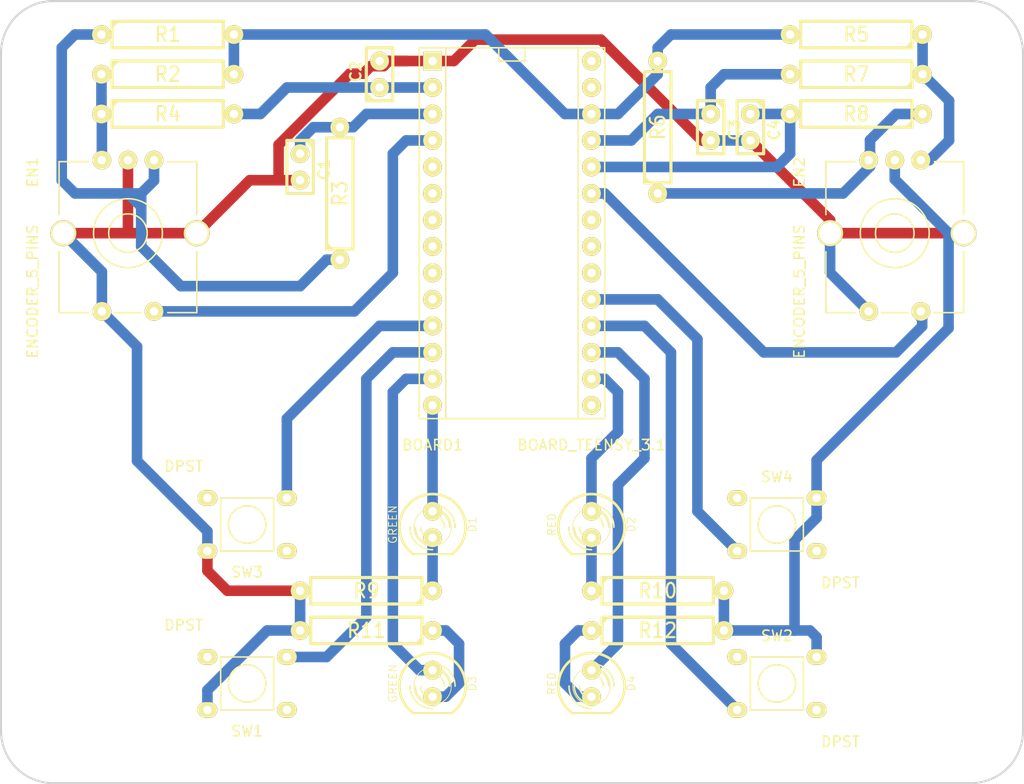
<source format=kicad_pcb>
(kicad_pcb (version 20171130) (host pcbnew "(5.1.12)-1")

  (general
    (thickness 1.6)
    (drawings 17)
    (tracks 173)
    (zones 0)
    (modules 31)
    (nets 25)
  )

  (page A4)
  (title_block
    (title Etch-a-sketch)
    (rev 0.1)
    (company BQ)
    (comment 1 "David Estévez")
  )

  (layers
    (0 F.Cu signal)
    (31 B.Cu signal)
    (32 B.Adhes user hide)
    (33 F.Adhes user hide)
    (34 B.Paste user)
    (35 F.Paste user)
    (36 B.SilkS user)
    (37 F.SilkS user)
    (38 B.Mask user)
    (39 F.Mask user)
    (40 Dwgs.User user)
    (41 Cmts.User user hide)
    (42 Eco1.User user)
    (43 Eco2.User user)
    (44 Edge.Cuts user)
  )

  (setup
    (last_trace_width 1.016)
    (trace_clearance 0.635)
    (zone_clearance 0.508)
    (zone_45_only no)
    (trace_min 0.254)
    (via_size 0.889)
    (via_drill 0.635)
    (via_min_size 0.889)
    (via_min_drill 0.508)
    (uvia_size 0.508)
    (uvia_drill 0.127)
    (uvias_allowed no)
    (uvia_min_size 0.508)
    (uvia_min_drill 0.127)
    (edge_width 0.15)
    (segment_width 0.2)
    (pcb_text_width 0.3)
    (pcb_text_size 1 1)
    (mod_edge_width 0.15)
    (mod_text_size 1 1)
    (mod_text_width 0.15)
    (pad_size 3 3)
    (pad_drill 3)
    (pad_to_mask_clearance 0)
    (aux_axis_origin 0 0)
    (visible_elements 7FFFFFFF)
    (pcbplotparams
      (layerselection 0x00030_ffffffff)
      (usegerberextensions false)
      (usegerberattributes true)
      (usegerberadvancedattributes true)
      (creategerberjobfile true)
      (excludeedgelayer true)
      (linewidth 0.150000)
      (plotframeref false)
      (viasonmask false)
      (mode 1)
      (useauxorigin false)
      (hpglpennumber 1)
      (hpglpenspeed 20)
      (hpglpendiameter 15.000000)
      (psnegative false)
      (psa4output false)
      (plotreference true)
      (plotvalue true)
      (plotinvisibletext false)
      (padsonsilk false)
      (subtractmaskfromsilk false)
      (outputformat 1)
      (mirror false)
      (drillshape 0)
      (scaleselection 1)
      (outputdirectory "gerber/"))
  )

  (net 0 "")
  (net 1 /D0)
  (net 2 /D1)
  (net 3 /D10)
  (net 4 /D11)
  (net 5 /D12)
  (net 6 /D14)
  (net 7 /D15)
  (net 8 /D16)
  (net 9 /D17)
  (net 10 /D2)
  (net 11 /D21)
  (net 12 /D22)
  (net 13 /D23)
  (net 14 /D9)
  (net 15 GND)
  (net 16 N-0000017)
  (net 17 N-0000018)
  (net 18 N-0000019)
  (net 19 N-0000020)
  (net 20 N-0000031)
  (net 21 N-0000036)
  (net 22 N-0000037)
  (net 23 N-0000044)
  (net 24 VCC)

  (net_class Default "This is the default net class."
    (clearance 0.635)
    (trace_width 1.016)
    (via_dia 0.889)
    (via_drill 0.635)
    (uvia_dia 0.508)
    (uvia_drill 0.127)
    (add_net /D0)
    (add_net /D1)
    (add_net /D10)
    (add_net /D11)
    (add_net /D12)
    (add_net /D14)
    (add_net /D15)
    (add_net /D16)
    (add_net /D17)
    (add_net /D2)
    (add_net /D21)
    (add_net /D22)
    (add_net /D23)
    (add_net /D9)
    (add_net GND)
    (add_net N-0000017)
    (add_net N-0000018)
    (add_net N-0000019)
    (add_net N-0000020)
    (add_net N-0000031)
    (add_net N-0000036)
    (add_net N-0000037)
    (add_net N-0000044)
    (add_net VCC)
  )

  (module Switches-Push_switch_THD (layer F.Cu) (tedit 5513EE8F) (tstamp 551538A6)
    (at 175.641 112.141 180)
    (path /5512C03E)
    (fp_text reference SW4 (at 0 4.572 180) (layer F.SilkS)
      (effects (font (size 1 1) (thickness 0.15)))
    )
    (fp_text value DPST (at -6.096 -5.588 180) (layer F.SilkS)
      (effects (font (size 1 1) (thickness 0.15)))
    )
    (fp_circle (center 0 0) (end -1.27 -1.27) (layer F.SilkS) (width 0.15))
    (fp_line (start -2.54 2.54) (end -2.54 -2.54) (layer F.SilkS) (width 0.15))
    (fp_line (start 2.54 2.54) (end -2.54 2.54) (layer F.SilkS) (width 0.15))
    (fp_line (start 2.54 -2.54) (end 2.54 2.54) (layer F.SilkS) (width 0.15))
    (fp_line (start -2.54 -2.54) (end 2.54 -2.54) (layer F.SilkS) (width 0.15))
    (pad 2 thru_hole oval (at -3.81 2.54 180) (size 1.9 1.5) (drill 0.8) (layers *.Cu *.Mask F.SilkS)
      (net 15 GND))
    (pad 1 thru_hole oval (at -3.81 -2.54 180) (size 1.9 1.5) (drill 0.8) (layers *.Cu *.Mask F.SilkS))
    (pad 4 thru_hole oval (at 3.81 2.54 180) (size 1.9 1.5) (drill 0.8) (layers *.Cu *.Mask F.SilkS))
    (pad 3 thru_hole oval (at 3.81 -2.54 180) (size 1.9 1.5) (drill 0.8) (layers *.Cu *.Mask F.SilkS)
      (net 9 /D17))
  )

  (module Switches-Push_switch_THD (layer F.Cu) (tedit 5513EE8F) (tstamp 551538B3)
    (at 124.841 112.141)
    (path /5512C038)
    (fp_text reference SW3 (at 0 4.572) (layer F.SilkS)
      (effects (font (size 1 1) (thickness 0.15)))
    )
    (fp_text value DPST (at -6.096 -5.588) (layer F.SilkS)
      (effects (font (size 1 1) (thickness 0.15)))
    )
    (fp_circle (center 0 0) (end -1.27 -1.27) (layer F.SilkS) (width 0.15))
    (fp_line (start -2.54 2.54) (end -2.54 -2.54) (layer F.SilkS) (width 0.15))
    (fp_line (start 2.54 2.54) (end -2.54 2.54) (layer F.SilkS) (width 0.15))
    (fp_line (start 2.54 -2.54) (end 2.54 2.54) (layer F.SilkS) (width 0.15))
    (fp_line (start -2.54 -2.54) (end 2.54 -2.54) (layer F.SilkS) (width 0.15))
    (pad 2 thru_hole oval (at -3.81 2.54) (size 1.9 1.5) (drill 0.8) (layers *.Cu *.Mask F.SilkS)
      (net 15 GND))
    (pad 1 thru_hole oval (at -3.81 -2.54) (size 1.9 1.5) (drill 0.8) (layers *.Cu *.Mask F.SilkS))
    (pad 4 thru_hole oval (at 3.81 2.54) (size 1.9 1.5) (drill 0.8) (layers *.Cu *.Mask F.SilkS))
    (pad 3 thru_hole oval (at 3.81 -2.54) (size 1.9 1.5) (drill 0.8) (layers *.Cu *.Mask F.SilkS)
      (net 14 /D9))
  )

  (module Switches-Push_switch_THD (layer F.Cu) (tedit 5513EE8F) (tstamp 551538C0)
    (at 175.641 127.381 180)
    (path /5512C032)
    (fp_text reference SW2 (at 0 4.572 180) (layer F.SilkS)
      (effects (font (size 1 1) (thickness 0.15)))
    )
    (fp_text value DPST (at -6.096 -5.588 180) (layer F.SilkS)
      (effects (font (size 1 1) (thickness 0.15)))
    )
    (fp_circle (center 0 0) (end -1.27 -1.27) (layer F.SilkS) (width 0.15))
    (fp_line (start -2.54 2.54) (end -2.54 -2.54) (layer F.SilkS) (width 0.15))
    (fp_line (start 2.54 2.54) (end -2.54 2.54) (layer F.SilkS) (width 0.15))
    (fp_line (start 2.54 -2.54) (end 2.54 2.54) (layer F.SilkS) (width 0.15))
    (fp_line (start -2.54 -2.54) (end 2.54 -2.54) (layer F.SilkS) (width 0.15))
    (pad 2 thru_hole oval (at -3.81 2.54 180) (size 1.9 1.5) (drill 0.8) (layers *.Cu *.Mask F.SilkS)
      (net 15 GND))
    (pad 1 thru_hole oval (at -3.81 -2.54 180) (size 1.9 1.5) (drill 0.8) (layers *.Cu *.Mask F.SilkS))
    (pad 4 thru_hole oval (at 3.81 2.54 180) (size 1.9 1.5) (drill 0.8) (layers *.Cu *.Mask F.SilkS))
    (pad 3 thru_hole oval (at 3.81 -2.54 180) (size 1.9 1.5) (drill 0.8) (layers *.Cu *.Mask F.SilkS)
      (net 8 /D16))
  )

  (module Switches-Push_switch_THD (layer F.Cu) (tedit 5513EE8F) (tstamp 551538CD)
    (at 124.841 127.381)
    (path /5512C025)
    (fp_text reference SW1 (at 0 4.572) (layer F.SilkS)
      (effects (font (size 1 1) (thickness 0.15)))
    )
    (fp_text value DPST (at -6.096 -5.588) (layer F.SilkS)
      (effects (font (size 1 1) (thickness 0.15)))
    )
    (fp_circle (center 0 0) (end -1.27 -1.27) (layer F.SilkS) (width 0.15))
    (fp_line (start -2.54 2.54) (end -2.54 -2.54) (layer F.SilkS) (width 0.15))
    (fp_line (start 2.54 2.54) (end -2.54 2.54) (layer F.SilkS) (width 0.15))
    (fp_line (start 2.54 -2.54) (end 2.54 2.54) (layer F.SilkS) (width 0.15))
    (fp_line (start -2.54 -2.54) (end 2.54 -2.54) (layer F.SilkS) (width 0.15))
    (pad 2 thru_hole oval (at -3.81 2.54) (size 1.9 1.5) (drill 0.8) (layers *.Cu *.Mask F.SilkS)
      (net 15 GND))
    (pad 1 thru_hole oval (at -3.81 -2.54) (size 1.9 1.5) (drill 0.8) (layers *.Cu *.Mask F.SilkS))
    (pad 4 thru_hole oval (at 3.81 2.54) (size 1.9 1.5) (drill 0.8) (layers *.Cu *.Mask F.SilkS))
    (pad 3 thru_hole oval (at 3.81 -2.54) (size 1.9 1.5) (drill 0.8) (layers *.Cu *.Mask F.SilkS)
      (net 3 /D10))
  )

  (module R5 (layer F.Cu) (tedit 200000) (tstamp 551538DA)
    (at 183.261 68.961 180)
    (descr "Resistance 5 pas")
    (tags R)
    (path /5512B647)
    (autoplace_cost180 10)
    (fp_text reference R7 (at 0 0 180) (layer F.SilkS)
      (effects (font (size 1.397 1.27) (thickness 0.2032)))
    )
    (fp_text value R (at 0 0 180) (layer F.SilkS) hide
      (effects (font (size 1.397 1.27) (thickness 0.2032)))
    )
    (fp_line (start -5.334 -0.762) (end -4.826 -1.27) (layer F.SilkS) (width 0.3048))
    (fp_line (start -5.334 -1.27) (end 5.334 -1.27) (layer F.SilkS) (width 0.3048))
    (fp_line (start -5.334 1.27) (end -5.334 -1.27) (layer F.SilkS) (width 0.3048))
    (fp_line (start 5.334 1.27) (end -5.334 1.27) (layer F.SilkS) (width 0.3048))
    (fp_line (start 5.334 -1.27) (end 5.334 1.27) (layer F.SilkS) (width 0.3048))
    (fp_line (start 6.35 0) (end 5.334 0) (layer F.SilkS) (width 0.3048))
    (fp_line (start -6.35 0) (end -5.334 0) (layer F.SilkS) (width 0.3048))
    (pad 1 thru_hole circle (at -6.35 0 180) (size 1.8 1.8) (drill 0.8) (layers *.Cu *.Mask F.SilkS)
      (net 20 N-0000031))
    (pad 2 thru_hole circle (at 6.35 0 180) (size 1.8 1.8) (drill 0.8) (layers *.Cu *.Mask F.SilkS)
      (net 13 /D23))
    (model discret/resistor.wrl
      (at (xyz 0 0 0))
      (scale (xyz 0.5 0.5 0.5))
      (rotate (xyz 0 0 0))
    )
  )

  (module R5 (layer F.Cu) (tedit 200000) (tstamp 7FFFFFFF)
    (at 164.211 122.301)
    (descr "Resistance 5 pas")
    (tags R)
    (path /5512B8E7)
    (autoplace_cost180 10)
    (fp_text reference R12 (at 0 0) (layer F.SilkS)
      (effects (font (size 1.397 1.27) (thickness 0.2032)))
    )
    (fp_text value R (at 0 0) (layer F.SilkS) hide
      (effects (font (size 1.397 1.27) (thickness 0.2032)))
    )
    (fp_line (start -5.334 -0.762) (end -4.826 -1.27) (layer F.SilkS) (width 0.3048))
    (fp_line (start -5.334 -1.27) (end 5.334 -1.27) (layer F.SilkS) (width 0.3048))
    (fp_line (start -5.334 1.27) (end -5.334 -1.27) (layer F.SilkS) (width 0.3048))
    (fp_line (start 5.334 1.27) (end -5.334 1.27) (layer F.SilkS) (width 0.3048))
    (fp_line (start 5.334 -1.27) (end 5.334 1.27) (layer F.SilkS) (width 0.3048))
    (fp_line (start 6.35 0) (end 5.334 0) (layer F.SilkS) (width 0.3048))
    (fp_line (start -6.35 0) (end -5.334 0) (layer F.SilkS) (width 0.3048))
    (pad 1 thru_hole circle (at -6.35 0) (size 1.8 1.8) (drill 0.8) (layers *.Cu *.Mask F.SilkS)
      (net 17 N-0000018))
    (pad 2 thru_hole circle (at 6.35 0) (size 1.8 1.8) (drill 0.8) (layers *.Cu *.Mask F.SilkS)
      (net 15 GND))
    (model discret/resistor.wrl
      (at (xyz 0 0 0))
      (scale (xyz 0.5 0.5 0.5))
      (rotate (xyz 0 0 0))
    )
  )

  (module R5 (layer F.Cu) (tedit 200000) (tstamp 551538F4)
    (at 136.271 122.301 180)
    (descr "Resistance 5 pas")
    (tags R)
    (path /5512B8DA)
    (autoplace_cost180 10)
    (fp_text reference R11 (at 0 0 180) (layer F.SilkS)
      (effects (font (size 1.397 1.27) (thickness 0.2032)))
    )
    (fp_text value R (at 0 0 180) (layer F.SilkS) hide
      (effects (font (size 1.397 1.27) (thickness 0.2032)))
    )
    (fp_line (start -5.334 -0.762) (end -4.826 -1.27) (layer F.SilkS) (width 0.3048))
    (fp_line (start -5.334 -1.27) (end 5.334 -1.27) (layer F.SilkS) (width 0.3048))
    (fp_line (start -5.334 1.27) (end -5.334 -1.27) (layer F.SilkS) (width 0.3048))
    (fp_line (start 5.334 1.27) (end -5.334 1.27) (layer F.SilkS) (width 0.3048))
    (fp_line (start 5.334 -1.27) (end 5.334 1.27) (layer F.SilkS) (width 0.3048))
    (fp_line (start 6.35 0) (end 5.334 0) (layer F.SilkS) (width 0.3048))
    (fp_line (start -6.35 0) (end -5.334 0) (layer F.SilkS) (width 0.3048))
    (pad 1 thru_hole circle (at -6.35 0 180) (size 1.8 1.8) (drill 0.8) (layers *.Cu *.Mask F.SilkS)
      (net 18 N-0000019))
    (pad 2 thru_hole circle (at 6.35 0 180) (size 1.8 1.8) (drill 0.8) (layers *.Cu *.Mask F.SilkS)
      (net 15 GND))
    (model discret/resistor.wrl
      (at (xyz 0 0 0))
      (scale (xyz 0.5 0.5 0.5))
      (rotate (xyz 0 0 0))
    )
  )

  (module R5 (layer F.Cu) (tedit 200000) (tstamp 55153901)
    (at 164.211 118.491)
    (descr "Resistance 5 pas")
    (tags R)
    (path /5512B8CD)
    (autoplace_cost180 10)
    (fp_text reference R10 (at 0 0) (layer F.SilkS)
      (effects (font (size 1.397 1.27) (thickness 0.2032)))
    )
    (fp_text value R (at 0 0) (layer F.SilkS) hide
      (effects (font (size 1.397 1.27) (thickness 0.2032)))
    )
    (fp_line (start -5.334 -0.762) (end -4.826 -1.27) (layer F.SilkS) (width 0.3048))
    (fp_line (start -5.334 -1.27) (end 5.334 -1.27) (layer F.SilkS) (width 0.3048))
    (fp_line (start -5.334 1.27) (end -5.334 -1.27) (layer F.SilkS) (width 0.3048))
    (fp_line (start 5.334 1.27) (end -5.334 1.27) (layer F.SilkS) (width 0.3048))
    (fp_line (start 5.334 -1.27) (end 5.334 1.27) (layer F.SilkS) (width 0.3048))
    (fp_line (start 6.35 0) (end 5.334 0) (layer F.SilkS) (width 0.3048))
    (fp_line (start -6.35 0) (end -5.334 0) (layer F.SilkS) (width 0.3048))
    (pad 1 thru_hole circle (at -6.35 0) (size 1.8 1.8) (drill 0.8) (layers *.Cu *.Mask F.SilkS)
      (net 16 N-0000017))
    (pad 2 thru_hole circle (at 6.35 0) (size 1.8 1.8) (drill 0.8) (layers *.Cu *.Mask F.SilkS)
      (net 15 GND))
    (model discret/resistor.wrl
      (at (xyz 0 0 0))
      (scale (xyz 0.5 0.5 0.5))
      (rotate (xyz 0 0 0))
    )
  )

  (module R5 (layer F.Cu) (tedit 200000) (tstamp 5515390E)
    (at 136.271 118.491 180)
    (descr "Resistance 5 pas")
    (tags R)
    (path /5512B885)
    (autoplace_cost180 10)
    (fp_text reference R9 (at 0 0 180) (layer F.SilkS)
      (effects (font (size 1.397 1.27) (thickness 0.2032)))
    )
    (fp_text value R (at 0 0 180) (layer F.SilkS) hide
      (effects (font (size 1.397 1.27) (thickness 0.2032)))
    )
    (fp_line (start -5.334 -0.762) (end -4.826 -1.27) (layer F.SilkS) (width 0.3048))
    (fp_line (start -5.334 -1.27) (end 5.334 -1.27) (layer F.SilkS) (width 0.3048))
    (fp_line (start -5.334 1.27) (end -5.334 -1.27) (layer F.SilkS) (width 0.3048))
    (fp_line (start 5.334 1.27) (end -5.334 1.27) (layer F.SilkS) (width 0.3048))
    (fp_line (start 5.334 -1.27) (end 5.334 1.27) (layer F.SilkS) (width 0.3048))
    (fp_line (start 6.35 0) (end 5.334 0) (layer F.SilkS) (width 0.3048))
    (fp_line (start -6.35 0) (end -5.334 0) (layer F.SilkS) (width 0.3048))
    (pad 1 thru_hole circle (at -6.35 0 180) (size 1.8 1.8) (drill 0.8) (layers *.Cu *.Mask F.SilkS)
      (net 19 N-0000020))
    (pad 2 thru_hole circle (at 6.35 0 180) (size 1.8 1.8) (drill 0.8) (layers *.Cu *.Mask F.SilkS)
      (net 15 GND))
    (model discret/resistor.wrl
      (at (xyz 0 0 0))
      (scale (xyz 0.5 0.5 0.5))
      (rotate (xyz 0 0 0))
    )
  )

  (module R5 (layer F.Cu) (tedit 200000) (tstamp 5515391B)
    (at 183.261 65.151 180)
    (descr "Resistance 5 pas")
    (tags R)
    (path /5512B64D)
    (autoplace_cost180 10)
    (fp_text reference R5 (at 0 0 180) (layer F.SilkS)
      (effects (font (size 1.397 1.27) (thickness 0.2032)))
    )
    (fp_text value R (at 0 0 180) (layer F.SilkS) hide
      (effects (font (size 1.397 1.27) (thickness 0.2032)))
    )
    (fp_line (start -5.334 -0.762) (end -4.826 -1.27) (layer F.SilkS) (width 0.3048))
    (fp_line (start -5.334 -1.27) (end 5.334 -1.27) (layer F.SilkS) (width 0.3048))
    (fp_line (start -5.334 1.27) (end -5.334 -1.27) (layer F.SilkS) (width 0.3048))
    (fp_line (start 5.334 1.27) (end -5.334 1.27) (layer F.SilkS) (width 0.3048))
    (fp_line (start 5.334 -1.27) (end 5.334 1.27) (layer F.SilkS) (width 0.3048))
    (fp_line (start 6.35 0) (end 5.334 0) (layer F.SilkS) (width 0.3048))
    (fp_line (start -6.35 0) (end -5.334 0) (layer F.SilkS) (width 0.3048))
    (pad 1 thru_hole circle (at -6.35 0 180) (size 1.8 1.8) (drill 0.8) (layers *.Cu *.Mask F.SilkS)
      (net 20 N-0000031))
    (pad 2 thru_hole circle (at 6.35 0 180) (size 1.8 1.8) (drill 0.8) (layers *.Cu *.Mask F.SilkS)
      (net 24 VCC))
    (model discret/resistor.wrl
      (at (xyz 0 0 0))
      (scale (xyz 0.5 0.5 0.5))
      (rotate (xyz 0 0 0))
    )
  )

  (module R5 (layer F.Cu) (tedit 200000) (tstamp 55153928)
    (at 164.211 74.041 90)
    (descr "Resistance 5 pas")
    (tags R)
    (path /5512B627)
    (autoplace_cost180 10)
    (fp_text reference R6 (at 0 0 90) (layer F.SilkS)
      (effects (font (size 1.397 1.27) (thickness 0.2032)))
    )
    (fp_text value R (at 0 0 90) (layer F.SilkS) hide
      (effects (font (size 1.397 1.27) (thickness 0.2032)))
    )
    (fp_line (start -5.334 -0.762) (end -4.826 -1.27) (layer F.SilkS) (width 0.3048))
    (fp_line (start -5.334 -1.27) (end 5.334 -1.27) (layer F.SilkS) (width 0.3048))
    (fp_line (start -5.334 1.27) (end -5.334 -1.27) (layer F.SilkS) (width 0.3048))
    (fp_line (start 5.334 1.27) (end -5.334 1.27) (layer F.SilkS) (width 0.3048))
    (fp_line (start 5.334 -1.27) (end 5.334 1.27) (layer F.SilkS) (width 0.3048))
    (fp_line (start 6.35 0) (end 5.334 0) (layer F.SilkS) (width 0.3048))
    (fp_line (start -6.35 0) (end -5.334 0) (layer F.SilkS) (width 0.3048))
    (pad 1 thru_hole circle (at -6.35 0 90) (size 1.8 1.8) (drill 0.8) (layers *.Cu *.Mask F.SilkS)
      (net 23 N-0000044))
    (pad 2 thru_hole circle (at 6.35 0 90) (size 1.8 1.8) (drill 0.8) (layers *.Cu *.Mask F.SilkS)
      (net 24 VCC))
    (model discret/resistor.wrl
      (at (xyz 0 0 0))
      (scale (xyz 0.5 0.5 0.5))
      (rotate (xyz 0 0 0))
    )
  )

  (module R5 (layer F.Cu) (tedit 200000) (tstamp 55153935)
    (at 183.261 72.771 180)
    (descr "Resistance 5 pas")
    (tags R)
    (path /5512B621)
    (autoplace_cost180 10)
    (fp_text reference R8 (at 0 0 180) (layer F.SilkS)
      (effects (font (size 1.397 1.27) (thickness 0.2032)))
    )
    (fp_text value R (at 0 0 180) (layer F.SilkS) hide
      (effects (font (size 1.397 1.27) (thickness 0.2032)))
    )
    (fp_line (start -5.334 -0.762) (end -4.826 -1.27) (layer F.SilkS) (width 0.3048))
    (fp_line (start -5.334 -1.27) (end 5.334 -1.27) (layer F.SilkS) (width 0.3048))
    (fp_line (start -5.334 1.27) (end -5.334 -1.27) (layer F.SilkS) (width 0.3048))
    (fp_line (start 5.334 1.27) (end -5.334 1.27) (layer F.SilkS) (width 0.3048))
    (fp_line (start 5.334 -1.27) (end 5.334 1.27) (layer F.SilkS) (width 0.3048))
    (fp_line (start 6.35 0) (end 5.334 0) (layer F.SilkS) (width 0.3048))
    (fp_line (start -6.35 0) (end -5.334 0) (layer F.SilkS) (width 0.3048))
    (pad 1 thru_hole circle (at -6.35 0 180) (size 1.8 1.8) (drill 0.8) (layers *.Cu *.Mask F.SilkS)
      (net 23 N-0000044))
    (pad 2 thru_hole circle (at 6.35 0 180) (size 1.8 1.8) (drill 0.8) (layers *.Cu *.Mask F.SilkS)
      (net 12 /D22))
    (model discret/resistor.wrl
      (at (xyz 0 0 0))
      (scale (xyz 0.5 0.5 0.5))
      (rotate (xyz 0 0 0))
    )
  )

  (module R5 (layer F.Cu) (tedit 200000) (tstamp 55153942)
    (at 117.221 65.151)
    (descr "Resistance 5 pas")
    (tags R)
    (path /5512B423)
    (autoplace_cost180 10)
    (fp_text reference R1 (at 0 0) (layer F.SilkS)
      (effects (font (size 1.397 1.27) (thickness 0.2032)))
    )
    (fp_text value R (at 0 0) (layer F.SilkS) hide
      (effects (font (size 1.397 1.27) (thickness 0.2032)))
    )
    (fp_line (start -5.334 -0.762) (end -4.826 -1.27) (layer F.SilkS) (width 0.3048))
    (fp_line (start -5.334 -1.27) (end 5.334 -1.27) (layer F.SilkS) (width 0.3048))
    (fp_line (start -5.334 1.27) (end -5.334 -1.27) (layer F.SilkS) (width 0.3048))
    (fp_line (start 5.334 1.27) (end -5.334 1.27) (layer F.SilkS) (width 0.3048))
    (fp_line (start 5.334 -1.27) (end 5.334 1.27) (layer F.SilkS) (width 0.3048))
    (fp_line (start 6.35 0) (end 5.334 0) (layer F.SilkS) (width 0.3048))
    (fp_line (start -6.35 0) (end -5.334 0) (layer F.SilkS) (width 0.3048))
    (pad 1 thru_hole circle (at -6.35 0) (size 1.8 1.8) (drill 0.8) (layers *.Cu *.Mask F.SilkS)
      (net 21 N-0000036))
    (pad 2 thru_hole circle (at 6.35 0) (size 1.8 1.8) (drill 0.8) (layers *.Cu *.Mask F.SilkS)
      (net 24 VCC))
    (model discret/resistor.wrl
      (at (xyz 0 0 0))
      (scale (xyz 0.5 0.5 0.5))
      (rotate (xyz 0 0 0))
    )
  )

  (module R5 (layer F.Cu) (tedit 200000) (tstamp 5515394F)
    (at 133.731 80.391 90)
    (descr "Resistance 5 pas")
    (tags R)
    (path /5512B41D)
    (autoplace_cost180 10)
    (fp_text reference R3 (at 0 0 90) (layer F.SilkS)
      (effects (font (size 1.397 1.27) (thickness 0.2032)))
    )
    (fp_text value R (at 0 0 90) (layer F.SilkS) hide
      (effects (font (size 1.397 1.27) (thickness 0.2032)))
    )
    (fp_line (start -5.334 -0.762) (end -4.826 -1.27) (layer F.SilkS) (width 0.3048))
    (fp_line (start -5.334 -1.27) (end 5.334 -1.27) (layer F.SilkS) (width 0.3048))
    (fp_line (start -5.334 1.27) (end -5.334 -1.27) (layer F.SilkS) (width 0.3048))
    (fp_line (start 5.334 1.27) (end -5.334 1.27) (layer F.SilkS) (width 0.3048))
    (fp_line (start 5.334 -1.27) (end 5.334 1.27) (layer F.SilkS) (width 0.3048))
    (fp_line (start 6.35 0) (end 5.334 0) (layer F.SilkS) (width 0.3048))
    (fp_line (start -6.35 0) (end -5.334 0) (layer F.SilkS) (width 0.3048))
    (pad 1 thru_hole circle (at -6.35 0 90) (size 1.8 1.8) (drill 0.8) (layers *.Cu *.Mask F.SilkS)
      (net 21 N-0000036))
    (pad 2 thru_hole circle (at 6.35 0 90) (size 1.8 1.8) (drill 0.8) (layers *.Cu *.Mask F.SilkS)
      (net 2 /D1))
    (model discret/resistor.wrl
      (at (xyz 0 0 0))
      (scale (xyz 0.5 0.5 0.5))
      (rotate (xyz 0 0 0))
    )
  )

  (module R5 (layer F.Cu) (tedit 200000) (tstamp 5515395C)
    (at 117.221 68.961)
    (descr "Resistance 5 pas")
    (tags R)
    (path /5512B35F)
    (autoplace_cost180 10)
    (fp_text reference R2 (at 0 0) (layer F.SilkS)
      (effects (font (size 1.397 1.27) (thickness 0.2032)))
    )
    (fp_text value R (at 0 0) (layer F.SilkS) hide
      (effects (font (size 1.397 1.27) (thickness 0.2032)))
    )
    (fp_line (start -5.334 -0.762) (end -4.826 -1.27) (layer F.SilkS) (width 0.3048))
    (fp_line (start -5.334 -1.27) (end 5.334 -1.27) (layer F.SilkS) (width 0.3048))
    (fp_line (start -5.334 1.27) (end -5.334 -1.27) (layer F.SilkS) (width 0.3048))
    (fp_line (start 5.334 1.27) (end -5.334 1.27) (layer F.SilkS) (width 0.3048))
    (fp_line (start 5.334 -1.27) (end 5.334 1.27) (layer F.SilkS) (width 0.3048))
    (fp_line (start 6.35 0) (end 5.334 0) (layer F.SilkS) (width 0.3048))
    (fp_line (start -6.35 0) (end -5.334 0) (layer F.SilkS) (width 0.3048))
    (pad 1 thru_hole circle (at -6.35 0) (size 1.8 1.8) (drill 0.8) (layers *.Cu *.Mask F.SilkS)
      (net 22 N-0000037))
    (pad 2 thru_hole circle (at 6.35 0) (size 1.8 1.8) (drill 0.8) (layers *.Cu *.Mask F.SilkS)
      (net 24 VCC))
    (model discret/resistor.wrl
      (at (xyz 0 0 0))
      (scale (xyz 0.5 0.5 0.5))
      (rotate (xyz 0 0 0))
    )
  )

  (module R5 (layer F.Cu) (tedit 200000) (tstamp 55153969)
    (at 117.221 72.771)
    (descr "Resistance 5 pas")
    (tags R)
    (path /5512B352)
    (autoplace_cost180 10)
    (fp_text reference R4 (at 0 0) (layer F.SilkS)
      (effects (font (size 1.397 1.27) (thickness 0.2032)))
    )
    (fp_text value R (at 0 0) (layer F.SilkS) hide
      (effects (font (size 1.397 1.27) (thickness 0.2032)))
    )
    (fp_line (start -5.334 -0.762) (end -4.826 -1.27) (layer F.SilkS) (width 0.3048))
    (fp_line (start -5.334 -1.27) (end 5.334 -1.27) (layer F.SilkS) (width 0.3048))
    (fp_line (start -5.334 1.27) (end -5.334 -1.27) (layer F.SilkS) (width 0.3048))
    (fp_line (start 5.334 1.27) (end -5.334 1.27) (layer F.SilkS) (width 0.3048))
    (fp_line (start 5.334 -1.27) (end 5.334 1.27) (layer F.SilkS) (width 0.3048))
    (fp_line (start 6.35 0) (end 5.334 0) (layer F.SilkS) (width 0.3048))
    (fp_line (start -6.35 0) (end -5.334 0) (layer F.SilkS) (width 0.3048))
    (pad 1 thru_hole circle (at -6.35 0) (size 1.8 1.8) (drill 0.8) (layers *.Cu *.Mask F.SilkS)
      (net 22 N-0000037))
    (pad 2 thru_hole circle (at 6.35 0) (size 1.8 1.8) (drill 0.8) (layers *.Cu *.Mask F.SilkS)
      (net 1 /D0))
    (model discret/resistor.wrl
      (at (xyz 0 0 0))
      (scale (xyz 0.5 0.5 0.5))
      (rotate (xyz 0 0 0))
    )
  )

  (module LED-5MM (layer F.Cu) (tedit 50ADE86B) (tstamp 551539A4)
    (at 142.621 112.141 270)
    (descr "LED 5mm - Lead pitch 100mil (2,54mm)")
    (tags "LED led 5mm 5MM 100mil 2,54mm")
    (path /5512B876)
    (fp_text reference D1 (at 0 -3.81 270) (layer F.SilkS)
      (effects (font (size 0.762 0.762) (thickness 0.0889)))
    )
    (fp_text value GREEN (at 0 3.81 270) (layer F.SilkS)
      (effects (font (size 0.762 0.762) (thickness 0.0889)))
    )
    (fp_circle (center 0.254 0) (end -1.016 1.27) (layer F.SilkS) (width 0.0762))
    (fp_line (start 2.8448 1.905) (end 2.8448 -1.905) (layer F.SilkS) (width 0.2032))
    (fp_arc (start 0.254 0) (end 2.794 1.905) (angle 286.2) (layer F.SilkS) (width 0.254))
    (fp_arc (start 0.254 0) (end -0.889 0) (angle 90) (layer F.SilkS) (width 0.1524))
    (fp_arc (start 0.254 0) (end 1.397 0) (angle 90) (layer F.SilkS) (width 0.1524))
    (fp_arc (start 0.254 0) (end -1.397 0) (angle 90) (layer F.SilkS) (width 0.1524))
    (fp_arc (start 0.254 0) (end 1.905 0) (angle 90) (layer F.SilkS) (width 0.1524))
    (fp_arc (start 0.254 0) (end -1.905 0) (angle 90) (layer F.SilkS) (width 0.1524))
    (fp_arc (start 0.254 0) (end 2.413 0) (angle 90) (layer F.SilkS) (width 0.1524))
    (pad 1 thru_hole circle (at -1.27 0 270) (size 1.8 1.8) (drill 0.8) (layers *.Cu *.Mask F.SilkS)
      (net 5 /D12))
    (pad 2 thru_hole circle (at 1.27 0 270) (size 1.8 1.8) (drill 0.8) (layers *.Cu *.Mask F.SilkS)
      (net 19 N-0000020))
    (model discret/leds/led5_vertical_verde.wrl
      (at (xyz 0 0 0))
      (scale (xyz 1 1 1))
      (rotate (xyz 0 0 0))
    )
  )

  (module LED-5MM (layer F.Cu) (tedit 50ADE86B) (tstamp 551539B3)
    (at 157.861 112.141 270)
    (descr "LED 5mm - Lead pitch 100mil (2,54mm)")
    (tags "LED led 5mm 5MM 100mil 2,54mm")
    (path /5512B8C7)
    (fp_text reference D2 (at 0 -3.81 270) (layer F.SilkS)
      (effects (font (size 0.762 0.762) (thickness 0.0889)))
    )
    (fp_text value RED (at 0 3.81 270) (layer F.SilkS)
      (effects (font (size 0.762 0.762) (thickness 0.0889)))
    )
    (fp_circle (center 0.254 0) (end -1.016 1.27) (layer F.SilkS) (width 0.0762))
    (fp_line (start 2.8448 1.905) (end 2.8448 -1.905) (layer F.SilkS) (width 0.2032))
    (fp_arc (start 0.254 0) (end 2.794 1.905) (angle 286.2) (layer F.SilkS) (width 0.254))
    (fp_arc (start 0.254 0) (end -0.889 0) (angle 90) (layer F.SilkS) (width 0.1524))
    (fp_arc (start 0.254 0) (end 1.397 0) (angle 90) (layer F.SilkS) (width 0.1524))
    (fp_arc (start 0.254 0) (end -1.397 0) (angle 90) (layer F.SilkS) (width 0.1524))
    (fp_arc (start 0.254 0) (end 1.905 0) (angle 90) (layer F.SilkS) (width 0.1524))
    (fp_arc (start 0.254 0) (end -1.905 0) (angle 90) (layer F.SilkS) (width 0.1524))
    (fp_arc (start 0.254 0) (end 2.413 0) (angle 90) (layer F.SilkS) (width 0.1524))
    (pad 1 thru_hole circle (at -1.27 0 270) (size 1.8 1.8) (drill 0.8) (layers *.Cu *.Mask F.SilkS)
      (net 6 /D14))
    (pad 2 thru_hole circle (at 1.27 0 270) (size 1.8 1.8) (drill 0.8) (layers *.Cu *.Mask F.SilkS)
      (net 16 N-0000017))
    (model discret/leds/led5_vertical_verde.wrl
      (at (xyz 0 0 0))
      (scale (xyz 1 1 1))
      (rotate (xyz 0 0 0))
    )
  )

  (module LED-5MM (layer F.Cu) (tedit 50ADE86B) (tstamp 551539C2)
    (at 142.621 127.381 270)
    (descr "LED 5mm - Lead pitch 100mil (2,54mm)")
    (tags "LED led 5mm 5MM 100mil 2,54mm")
    (path /5512B8D4)
    (fp_text reference D3 (at 0 -3.81 270) (layer F.SilkS)
      (effects (font (size 0.762 0.762) (thickness 0.0889)))
    )
    (fp_text value GREEN (at 0 3.81 270) (layer F.SilkS)
      (effects (font (size 0.762 0.762) (thickness 0.0889)))
    )
    (fp_circle (center 0.254 0) (end -1.016 1.27) (layer F.SilkS) (width 0.0762))
    (fp_line (start 2.8448 1.905) (end 2.8448 -1.905) (layer F.SilkS) (width 0.2032))
    (fp_arc (start 0.254 0) (end 2.794 1.905) (angle 286.2) (layer F.SilkS) (width 0.254))
    (fp_arc (start 0.254 0) (end -0.889 0) (angle 90) (layer F.SilkS) (width 0.1524))
    (fp_arc (start 0.254 0) (end 1.397 0) (angle 90) (layer F.SilkS) (width 0.1524))
    (fp_arc (start 0.254 0) (end -1.397 0) (angle 90) (layer F.SilkS) (width 0.1524))
    (fp_arc (start 0.254 0) (end 1.905 0) (angle 90) (layer F.SilkS) (width 0.1524))
    (fp_arc (start 0.254 0) (end -1.905 0) (angle 90) (layer F.SilkS) (width 0.1524))
    (fp_arc (start 0.254 0) (end 2.413 0) (angle 90) (layer F.SilkS) (width 0.1524))
    (pad 1 thru_hole circle (at -1.27 0 270) (size 1.8 1.8) (drill 0.8) (layers *.Cu *.Mask F.SilkS)
      (net 4 /D11))
    (pad 2 thru_hole circle (at 1.27 0 270) (size 1.8 1.8) (drill 0.8) (layers *.Cu *.Mask F.SilkS)
      (net 18 N-0000019))
    (model discret/leds/led5_vertical_verde.wrl
      (at (xyz 0 0 0))
      (scale (xyz 1 1 1))
      (rotate (xyz 0 0 0))
    )
  )

  (module LED-5MM (layer F.Cu) (tedit 50ADE86B) (tstamp 551539D1)
    (at 157.861 127.381 270)
    (descr "LED 5mm - Lead pitch 100mil (2,54mm)")
    (tags "LED led 5mm 5MM 100mil 2,54mm")
    (path /5512B8E1)
    (fp_text reference D4 (at 0 -3.81 270) (layer F.SilkS)
      (effects (font (size 0.762 0.762) (thickness 0.0889)))
    )
    (fp_text value RED (at 0 3.81 270) (layer F.SilkS)
      (effects (font (size 0.762 0.762) (thickness 0.0889)))
    )
    (fp_circle (center 0.254 0) (end -1.016 1.27) (layer F.SilkS) (width 0.0762))
    (fp_line (start 2.8448 1.905) (end 2.8448 -1.905) (layer F.SilkS) (width 0.2032))
    (fp_arc (start 0.254 0) (end 2.794 1.905) (angle 286.2) (layer F.SilkS) (width 0.254))
    (fp_arc (start 0.254 0) (end -0.889 0) (angle 90) (layer F.SilkS) (width 0.1524))
    (fp_arc (start 0.254 0) (end 1.397 0) (angle 90) (layer F.SilkS) (width 0.1524))
    (fp_arc (start 0.254 0) (end -1.397 0) (angle 90) (layer F.SilkS) (width 0.1524))
    (fp_arc (start 0.254 0) (end 1.905 0) (angle 90) (layer F.SilkS) (width 0.1524))
    (fp_arc (start 0.254 0) (end -1.905 0) (angle 90) (layer F.SilkS) (width 0.1524))
    (fp_arc (start 0.254 0) (end 2.413 0) (angle 90) (layer F.SilkS) (width 0.1524))
    (pad 1 thru_hole circle (at -1.27 0 270) (size 1.8 1.8) (drill 0.8) (layers *.Cu *.Mask F.SilkS)
      (net 7 /D15))
    (pad 2 thru_hole circle (at 1.27 0 270) (size 1.8 1.8) (drill 0.8) (layers *.Cu *.Mask F.SilkS)
      (net 17 N-0000018))
    (model discret/leds/led5_vertical_verde.wrl
      (at (xyz 0 0 0))
      (scale (xyz 1 1 1))
      (rotate (xyz 0 0 0))
    )
  )

  (module C1 (layer F.Cu) (tedit 3F92C496) (tstamp 551539DC)
    (at 169.291 74.041 270)
    (descr "Condensateur e = 1 pas")
    (tags C)
    (path /5512B641)
    (fp_text reference C3 (at 0.254 -2.286 270) (layer F.SilkS)
      (effects (font (size 1.016 1.016) (thickness 0.2032)))
    )
    (fp_text value C (at 0 -2.286 270) (layer F.SilkS) hide
      (effects (font (size 1.016 1.016) (thickness 0.2032)))
    )
    (fp_line (start -2.54 -0.635) (end -1.905 -1.27) (layer F.SilkS) (width 0.3048))
    (fp_line (start -2.54 1.27) (end -2.54 -1.27) (layer F.SilkS) (width 0.3048))
    (fp_line (start 2.54 1.27) (end -2.54 1.27) (layer F.SilkS) (width 0.3048))
    (fp_line (start 2.54 -1.27) (end 2.54 1.27) (layer F.SilkS) (width 0.3048))
    (fp_line (start -2.4892 -1.27) (end 2.54 -1.27) (layer F.SilkS) (width 0.3048))
    (pad 1 thru_hole circle (at -1.27 0 270) (size 1.8 1.8) (drill 0.8) (layers *.Cu *.Mask F.SilkS)
      (net 13 /D23))
    (pad 2 thru_hole circle (at 1.27 0 270) (size 1.8 1.8) (drill 0.8) (layers *.Cu *.Mask F.SilkS)
      (net 15 GND))
    (model discret/capa_1_pas.wrl
      (at (xyz 0 0 0))
      (scale (xyz 1 1 1))
      (rotate (xyz 0 0 0))
    )
  )

  (module C1 (layer F.Cu) (tedit 3F92C496) (tstamp 7FFFFFFF)
    (at 173.101 74.041 270)
    (descr "Condensateur e = 1 pas")
    (tags C)
    (path /5512B61B)
    (fp_text reference C4 (at 0.254 -2.286 270) (layer F.SilkS)
      (effects (font (size 1.016 1.016) (thickness 0.2032)))
    )
    (fp_text value C (at 0 -2.286 270) (layer F.SilkS) hide
      (effects (font (size 1.016 1.016) (thickness 0.2032)))
    )
    (fp_line (start -2.54 -0.635) (end -1.905 -1.27) (layer F.SilkS) (width 0.3048))
    (fp_line (start -2.54 1.27) (end -2.54 -1.27) (layer F.SilkS) (width 0.3048))
    (fp_line (start 2.54 1.27) (end -2.54 1.27) (layer F.SilkS) (width 0.3048))
    (fp_line (start 2.54 -1.27) (end 2.54 1.27) (layer F.SilkS) (width 0.3048))
    (fp_line (start -2.4892 -1.27) (end 2.54 -1.27) (layer F.SilkS) (width 0.3048))
    (pad 1 thru_hole circle (at -1.27 0 270) (size 1.8 1.8) (drill 0.8) (layers *.Cu *.Mask F.SilkS)
      (net 12 /D22))
    (pad 2 thru_hole circle (at 1.27 0 270) (size 1.8 1.8) (drill 0.8) (layers *.Cu *.Mask F.SilkS)
      (net 15 GND))
    (model discret/capa_1_pas.wrl
      (at (xyz 0 0 0))
      (scale (xyz 1 1 1))
      (rotate (xyz 0 0 0))
    )
  )

  (module C1 (layer F.Cu) (tedit 3F92C496) (tstamp 551539F2)
    (at 129.921 77.851 270)
    (descr "Condensateur e = 1 pas")
    (tags C)
    (path /5512B417)
    (fp_text reference C1 (at 0.254 -2.286 270) (layer F.SilkS)
      (effects (font (size 1.016 1.016) (thickness 0.2032)))
    )
    (fp_text value C (at 0 -2.286 270) (layer F.SilkS) hide
      (effects (font (size 1.016 1.016) (thickness 0.2032)))
    )
    (fp_line (start -2.54 -0.635) (end -1.905 -1.27) (layer F.SilkS) (width 0.3048))
    (fp_line (start -2.54 1.27) (end -2.54 -1.27) (layer F.SilkS) (width 0.3048))
    (fp_line (start 2.54 1.27) (end -2.54 1.27) (layer F.SilkS) (width 0.3048))
    (fp_line (start 2.54 -1.27) (end 2.54 1.27) (layer F.SilkS) (width 0.3048))
    (fp_line (start -2.4892 -1.27) (end 2.54 -1.27) (layer F.SilkS) (width 0.3048))
    (pad 1 thru_hole circle (at -1.27 0 270) (size 1.8 1.8) (drill 0.8) (layers *.Cu *.Mask F.SilkS)
      (net 2 /D1))
    (pad 2 thru_hole circle (at 1.27 0 270) (size 1.8 1.8) (drill 0.8) (layers *.Cu *.Mask F.SilkS)
      (net 15 GND))
    (model discret/capa_1_pas.wrl
      (at (xyz 0 0 0))
      (scale (xyz 1 1 1))
      (rotate (xyz 0 0 0))
    )
  )

  (module C1 (layer F.Cu) (tedit 3F92C496) (tstamp 551539FD)
    (at 137.541 68.961 90)
    (descr "Condensateur e = 1 pas")
    (tags C)
    (path /5512B343)
    (fp_text reference C2 (at 0.254 -2.286 90) (layer F.SilkS)
      (effects (font (size 1.016 1.016) (thickness 0.2032)))
    )
    (fp_text value C (at 0 -2.286 90) (layer F.SilkS) hide
      (effects (font (size 1.016 1.016) (thickness 0.2032)))
    )
    (fp_line (start -2.54 -0.635) (end -1.905 -1.27) (layer F.SilkS) (width 0.3048))
    (fp_line (start -2.54 1.27) (end -2.54 -1.27) (layer F.SilkS) (width 0.3048))
    (fp_line (start 2.54 1.27) (end -2.54 1.27) (layer F.SilkS) (width 0.3048))
    (fp_line (start 2.54 -1.27) (end 2.54 1.27) (layer F.SilkS) (width 0.3048))
    (fp_line (start -2.4892 -1.27) (end 2.54 -1.27) (layer F.SilkS) (width 0.3048))
    (pad 1 thru_hole circle (at -1.27 0 90) (size 1.8 1.8) (drill 0.8) (layers *.Cu *.Mask F.SilkS)
      (net 1 /D0))
    (pad 2 thru_hole circle (at 1.27 0 90) (size 1.8 1.8) (drill 0.8) (layers *.Cu *.Mask F.SilkS)
      (net 15 GND))
    (model discret/capa_1_pas.wrl
      (at (xyz 0 0 0))
      (scale (xyz 1 1 1))
      (rotate (xyz 0 0 0))
    )
  )

  (module Board_Teensy_3_1 (layer F.Cu) (tedit 5509AE9B) (tstamp 55153A2A)
    (at 150.241 85.471)
    (path /5512B2E9)
    (fp_text reference BOARD1 (at -7.62 19.05) (layer F.SilkS)
      (effects (font (size 1 1) (thickness 0.15)))
    )
    (fp_text value BOARD_TEENSY_3.1 (at 7.62 19.05) (layer F.SilkS)
      (effects (font (size 1 1) (thickness 0.15)))
    )
    (fp_line (start -6.35 -19.05) (end -8.89 -19.05) (layer F.SilkS) (width 0.15))
    (fp_line (start -6.35 16.51) (end -6.35 -19.05) (layer F.SilkS) (width 0.15))
    (fp_line (start -8.89 16.51) (end -6.35 16.51) (layer F.SilkS) (width 0.15))
    (fp_line (start -8.89 -19.05) (end -8.89 16.51) (layer F.SilkS) (width 0.15))
    (fp_line (start 8.89 -19.05) (end 6.35 -19.05) (layer F.SilkS) (width 0.15))
    (fp_line (start 8.89 16.51) (end 8.89 -19.05) (layer F.SilkS) (width 0.15))
    (fp_line (start 6.35 16.51) (end 8.89 16.51) (layer F.SilkS) (width 0.15))
    (fp_line (start 6.35 -19.05) (end 6.35 16.51) (layer F.SilkS) (width 0.15))
    (fp_line (start -6.35 16.51) (end 6.35 16.51) (layer F.SilkS) (width 0.15))
    (fp_line (start -6.35 -19.05) (end 6.35 -19.05) (layer F.SilkS) (width 0.15))
    (fp_line (start 1.27 -17.78) (end 1.27 -19.05) (layer F.SilkS) (width 0.15))
    (fp_line (start -1.27 -17.78) (end 1.27 -17.78) (layer F.SilkS) (width 0.15))
    (fp_line (start -1.27 -19.05) (end -1.27 -17.78) (layer F.SilkS) (width 0.15))
    (pad 1 thru_hole rect (at -7.62 -17.78) (size 1.8 1.8) (drill 0.8) (layers *.Cu *.Mask F.SilkS)
      (net 15 GND))
    (pad 2 thru_hole circle (at -7.62 -15.24) (size 1.8 1.8) (drill 0.8) (layers *.Cu *.Mask F.SilkS)
      (net 1 /D0))
    (pad 3 thru_hole circle (at -7.62 -12.7) (size 1.8 1.8) (drill 0.8) (layers *.Cu *.Mask F.SilkS)
      (net 2 /D1))
    (pad 4 thru_hole circle (at -7.62 -10.16) (size 1.8 1.8) (drill 0.8) (layers *.Cu *.Mask F.SilkS)
      (net 10 /D2))
    (pad 5 thru_hole circle (at -7.62 -7.62) (size 1.8 1.8) (drill 0.8) (layers *.Cu *.Mask F.SilkS))
    (pad 6 thru_hole circle (at -7.62 -5.08) (size 1.8 1.8) (drill 0.8) (layers *.Cu *.Mask F.SilkS))
    (pad 7 thru_hole circle (at -7.62 -2.54) (size 1.8 1.8) (drill 0.8) (layers *.Cu *.Mask F.SilkS))
    (pad 8 thru_hole circle (at -7.62 0) (size 1.8 1.8) (drill 0.8) (layers *.Cu *.Mask F.SilkS))
    (pad 9 thru_hole circle (at -7.62 2.54) (size 1.8 1.8) (drill 0.8) (layers *.Cu *.Mask F.SilkS))
    (pad 10 thru_hole circle (at -7.62 5.08) (size 1.8 1.8) (drill 0.8) (layers *.Cu *.Mask F.SilkS))
    (pad 11 thru_hole circle (at -7.62 7.62) (size 1.8 1.8) (drill 0.8) (layers *.Cu *.Mask F.SilkS)
      (net 14 /D9))
    (pad 12 thru_hole circle (at -7.62 10.16) (size 1.8 1.8) (drill 0.8) (layers *.Cu *.Mask F.SilkS)
      (net 3 /D10))
    (pad 13 thru_hole circle (at -7.62 12.7) (size 1.8 1.8) (drill 0.8) (layers *.Cu *.Mask F.SilkS)
      (net 4 /D11))
    (pad 14 thru_hole circle (at -7.62 15.24) (size 1.8 1.8) (drill 0.8) (layers *.Cu *.Mask F.SilkS)
      (net 5 /D12))
    (pad 15 thru_hole circle (at 7.62 15.24) (size 1.8 1.8) (drill 0.8) (layers *.Cu *.Mask F.SilkS))
    (pad 16 thru_hole circle (at 7.62 12.7) (size 1.8 1.8) (drill 0.8) (layers *.Cu *.Mask F.SilkS)
      (net 6 /D14))
    (pad 17 thru_hole circle (at 7.62 10.16) (size 1.8 1.8) (drill 0.8) (layers *.Cu *.Mask F.SilkS)
      (net 7 /D15))
    (pad 18 thru_hole circle (at 7.62 7.62) (size 1.8 1.8) (drill 0.8) (layers *.Cu *.Mask F.SilkS)
      (net 8 /D16))
    (pad 19 thru_hole circle (at 7.62 5.08) (size 1.8 1.8) (drill 0.8) (layers *.Cu *.Mask F.SilkS)
      (net 9 /D17))
    (pad 20 thru_hole circle (at 7.62 2.54) (size 1.8 1.8) (drill 0.8) (layers *.Cu *.Mask F.SilkS))
    (pad 21 thru_hole circle (at 7.62 0) (size 1.8 1.8) (drill 0.8) (layers *.Cu *.Mask F.SilkS))
    (pad 22 thru_hole circle (at 7.62 -2.54) (size 1.8 1.8) (drill 0.8) (layers *.Cu *.Mask F.SilkS))
    (pad 23 thru_hole circle (at 7.62 -5.08) (size 1.8 1.8) (drill 0.8) (layers *.Cu *.Mask F.SilkS)
      (net 11 /D21))
    (pad 24 thru_hole circle (at 7.62 -7.62) (size 1.8 1.8) (drill 0.8) (layers *.Cu *.Mask F.SilkS)
      (net 12 /D22))
    (pad 25 thru_hole circle (at 7.62 -10.16) (size 1.8 1.8) (drill 0.8) (layers *.Cu *.Mask F.SilkS)
      (net 13 /D23))
    (pad 26 thru_hole circle (at 7.62 -12.7) (size 1.8 1.8) (drill 0.8) (layers *.Cu *.Mask F.SilkS)
      (net 24 VCC))
    (pad 27 thru_hole circle (at 7.62 -15.24) (size 1.8 1.8) (drill 0.8) (layers *.Cu *.Mask F.SilkS))
    (pad 28 thru_hole circle (at 7.62 -17.78) (size 1.8 1.8) (drill 0.8) (layers *.Cu *.Mask F.SilkS))
  )

  (module Mechanical_drill_3mm (layer F.Cu) (tedit 55191EF6) (tstamp 55192081)
    (at 107.95 130.81)
    (fp_text reference Mechanical_drill_3mm_4 (at 0.635 3.175) (layer F.SilkS) hide
      (effects (font (size 1 1) (thickness 0.15)))
    )
    (fp_text value "" (at 4.445 1.27) (layer F.SilkS) hide
      (effects (font (size 1 1) (thickness 0.15)))
    )
    (pad "" np_thru_hole circle (at 3.291 -3.869) (size 3 3) (drill 3) (layers *.Cu *.Mask))
  )

  (module Mechanical_drill_3mm (layer F.Cu) (tedit 55191FC2) (tstamp 5519208B)
    (at 193.04 130.81)
    (fp_text reference Mechanical_drill_3mm_3 (at 0.635 3.175) (layer F.SilkS) hide
      (effects (font (size 1 1) (thickness 0.15)))
    )
    (fp_text value "" (at 4.445 1.27) (layer F.SilkS) hide
      (effects (font (size 1 1) (thickness 0.15)))
    )
    (pad "" np_thru_hole circle (at -3.799 -3.869) (size 3 3) (drill 3) (layers *.Cu *.Mask))
  )

  (module Mechanical_drill_3mm (layer F.Cu) (tedit 55192021) (tstamp 55192094)
    (at 191.77 102.87)
    (fp_text reference Mechanical_drill_3mm_2 (at 0.635 3.175) (layer F.SilkS) hide
      (effects (font (size 1 1) (thickness 0.15)))
    )
    (fp_text value "" (at 4.445 1.27) (layer F.SilkS) hide
      (effects (font (size 1 1) (thickness 0.15)))
    )
    (pad "" np_thru_hole circle (at -2.529 -0.929) (size 3 3) (drill 3) (layers *.Cu *.Mask))
  )

  (module Mechanical_drill_3mm (layer F.Cu) (tedit 5519201A) (tstamp 5519209D)
    (at 107.95 101.6)
    (fp_text reference Mechanical_drill_3mm (at 0.635 3.175) (layer F.SilkS) hide
      (effects (font (size 1 1) (thickness 0.15)))
    )
    (fp_text value "" (at 4.445 1.27) (layer F.SilkS) hide
      (effects (font (size 1 1) (thickness 0.15)))
    )
    (pad "" np_thru_hole circle (at 3.291 0.341) (size 3 3) (drill 3) (layers *.Cu *.Mask))
  )

  (module Misc_Encoder_5_Pins_w_shield (layer F.Cu) (tedit 551921F4) (tstamp 551927B6)
    (at 113.411 84.201 270)
    (path /55192834)
    (fp_text reference EN1 (at -5.842 9.144 270) (layer F.SilkS)
      (effects (font (size 1 1) (thickness 0.15)))
    )
    (fp_text value ENCODER_5_PINS (at 5.588 9.144 270) (layer F.SilkS)
      (effects (font (size 1 1) (thickness 0.15)))
    )
    (fp_circle (center 0 0) (end -1.27 -3.048) (layer F.SilkS) (width 0.15))
    (fp_circle (center 0 0) (end -0.508 -1.778) (layer F.SilkS) (width 0.15))
    (fp_line (start -6.858 -6.604) (end -1.778 -6.604) (layer F.SilkS) (width 0.15))
    (fp_line (start 1.778 -6.604) (end 7.62 -6.604) (layer F.SilkS) (width 0.15))
    (fp_line (start 7.62 6.604) (end 1.778 6.604) (layer F.SilkS) (width 0.15))
    (fp_line (start -6.858 -6.604) (end -6.858 -3.81) (layer F.SilkS) (width 0.15))
    (fp_line (start -6.858 3.81) (end -6.858 6.604) (layer F.SilkS) (width 0.15))
    (fp_line (start -6.858 6.604) (end -1.778 6.604) (layer F.SilkS) (width 0.15))
    (fp_line (start 7.62 3.81) (end 7.62 6.604) (layer F.SilkS) (width 0.15))
    (fp_line (start 7.62 1.27) (end 7.62 -1.27) (layer F.SilkS) (width 0.15))
    (fp_line (start 7.62 -6.604) (end 7.62 -3.81) (layer F.SilkS) (width 0.15))
    (pad 1 thru_hole circle (at -7 -2.5 270) (size 1.8 1.8) (drill 0.8) (layers *.Cu *.Mask F.SilkS)
      (net 21 N-0000036))
    (pad 2 thru_hole circle (at -7 0 270) (size 1.8 1.8) (drill 0.8) (layers *.Cu *.Mask F.SilkS)
      (net 15 GND))
    (pad 3 thru_hole circle (at -7 2.5 270) (size 1.8 1.8) (drill 0.8) (layers *.Cu *.Mask F.SilkS)
      (net 22 N-0000037))
    (pad 4 thru_hole circle (at 7.5 -2.5 270) (size 1.8 1.8) (drill 0.8) (layers *.Cu *.Mask F.SilkS)
      (net 10 /D2))
    (pad 5 thru_hole circle (at 7.5 2.5 270) (size 1.8 1.8) (drill 0.8) (layers *.Cu *.Mask F.SilkS)
      (net 15 GND))
    (pad SHLD thru_hole circle (at 0 -6.6 270) (size 2.5 2.5) (drill 2.1) (layers *.Cu *.Mask F.SilkS)
      (net 15 GND))
    (pad SHLD thru_hole circle (at 0 6.2 270) (size 2.5 2.5) (drill 2.1) (layers *.Cu *.Mask F.SilkS)
      (net 15 GND))
  )

  (module Misc_Encoder_5_Pins_w_shield (layer F.Cu) (tedit 551921F4) (tstamp 551927CC)
    (at 186.944 84.201 270)
    (path /551928D0)
    (fp_text reference EN2 (at -5.842 9.144 270) (layer F.SilkS)
      (effects (font (size 1 1) (thickness 0.15)))
    )
    (fp_text value ENCODER_5_PINS (at 5.588 9.144 270) (layer F.SilkS)
      (effects (font (size 1 1) (thickness 0.15)))
    )
    (fp_circle (center 0 0) (end -1.27 -3.048) (layer F.SilkS) (width 0.15))
    (fp_circle (center 0 0) (end -0.508 -1.778) (layer F.SilkS) (width 0.15))
    (fp_line (start -6.858 -6.604) (end -1.778 -6.604) (layer F.SilkS) (width 0.15))
    (fp_line (start 1.778 -6.604) (end 7.62 -6.604) (layer F.SilkS) (width 0.15))
    (fp_line (start 7.62 6.604) (end 1.778 6.604) (layer F.SilkS) (width 0.15))
    (fp_line (start -6.858 -6.604) (end -6.858 -3.81) (layer F.SilkS) (width 0.15))
    (fp_line (start -6.858 3.81) (end -6.858 6.604) (layer F.SilkS) (width 0.15))
    (fp_line (start -6.858 6.604) (end -1.778 6.604) (layer F.SilkS) (width 0.15))
    (fp_line (start 7.62 3.81) (end 7.62 6.604) (layer F.SilkS) (width 0.15))
    (fp_line (start 7.62 1.27) (end 7.62 -1.27) (layer F.SilkS) (width 0.15))
    (fp_line (start 7.62 -6.604) (end 7.62 -3.81) (layer F.SilkS) (width 0.15))
    (pad 1 thru_hole circle (at -7 -2.5 270) (size 1.8 1.8) (drill 0.8) (layers *.Cu *.Mask F.SilkS)
      (net 20 N-0000031))
    (pad 2 thru_hole circle (at -7 0 270) (size 1.8 1.8) (drill 0.8) (layers *.Cu *.Mask F.SilkS)
      (net 15 GND))
    (pad 3 thru_hole circle (at -7 2.5 270) (size 1.8 1.8) (drill 0.8) (layers *.Cu *.Mask F.SilkS)
      (net 23 N-0000044))
    (pad 4 thru_hole circle (at 7.5 -2.5 270) (size 1.8 1.8) (drill 0.8) (layers *.Cu *.Mask F.SilkS)
      (net 11 /D21))
    (pad 5 thru_hole circle (at 7.5 2.5 270) (size 1.8 1.8) (drill 0.8) (layers *.Cu *.Mask F.SilkS)
      (net 15 GND))
    (pad SHLD thru_hole circle (at 0 -6.6 270) (size 2.5 2.5) (drill 2.1) (layers *.Cu *.Mask F.SilkS)
      (net 15 GND))
    (pad SHLD thru_hole circle (at 0 6.2 270) (size 2.5 2.5) (drill 2.1) (layers *.Cu *.Mask F.SilkS)
      (net 15 GND))
  )

  (gr_line (start 150.241 61.941) (end 150.241 136.941) (angle 90) (layer Cmts.User) (width 0.2))
  (gr_line (start 112.741 64.481) (end 112.741 84.481) (angle 90) (layer Cmts.User) (width 0.2))
  (gr_line (start 187.741 61.941) (end 187.741 81.941) (angle 90) (layer Cmts.User) (width 0.2))
  (gr_line (start 101.241 126.941) (end 199.241 126.941) (angle 90) (layer Cmts.User) (width 0.2))
  (gr_line (start 101.241 111.941) (end 199.241 111.941) (angle 90) (layer Cmts.User) (width 0.2))
  (gr_line (start 125.241 111.941) (end 125.241 126.941) (angle 90) (layer Cmts.User) (width 0.2))
  (gr_line (start 142.741 111.941) (end 142.741 126.941) (angle 90) (layer Cmts.User) (width 0.2))
  (gr_line (start 175.241 111.941) (end 175.241 126.941) (angle 90) (layer Cmts.User) (width 0.2))
  (gr_line (start 157.741 111.941) (end 157.741 126.941) (angle 90) (layer Cmts.User) (width 0.2))
  (gr_line (start 106.241 61.941) (end 194.241 61.941) (angle 90) (layer Edge.Cuts) (width 0.2))
  (gr_line (start 199.241 66.941) (end 199.241 131.941) (angle 90) (layer Edge.Cuts) (width 0.2))
  (gr_line (start 194.241 136.941) (end 106.241 136.941) (angle 90) (layer Edge.Cuts) (width 0.2))
  (gr_line (start 101.241 131.941) (end 101.241 66.941) (angle 90) (layer Edge.Cuts) (width 0.2))
  (gr_arc (start 194.241 66.941) (end 194.241 61.941) (angle 90) (layer Edge.Cuts) (width 0.2))
  (gr_arc (start 194.241 131.941) (end 199.241 131.941) (angle 90) (layer Edge.Cuts) (width 0.2))
  (gr_arc (start 106.241 131.941) (end 106.241 136.941) (angle 90) (layer Edge.Cuts) (width 0.2))
  (gr_arc (start 106.241 66.941) (end 101.241 66.941) (angle 90) (layer Edge.Cuts) (width 0.2))

  (segment (start 137.541 70.231) (end 128.651 70.231) (width 1.016) (layer B.Cu) (net 1))
  (segment (start 128.651 70.231) (end 126.111 72.771) (width 1.016) (layer B.Cu) (net 1))
  (segment (start 126.111 72.771) (end 123.571 72.771) (width 1.016) (layer B.Cu) (net 1))
  (segment (start 142.621 70.231) (end 137.541 70.231) (width 1.016) (layer B.Cu) (net 1))
  (segment (start 129.921 76.581) (end 129.921 75.311) (width 1.016) (layer B.Cu) (net 2))
  (segment (start 129.921 75.311) (end 131.191 74.041) (width 1.016) (layer B.Cu) (net 2))
  (segment (start 131.191 74.041) (end 133.731 74.041) (width 1.016) (layer B.Cu) (net 2))
  (segment (start 133.731 74.041) (end 135.001 74.041) (width 1.016) (layer B.Cu) (net 2))
  (segment (start 135.001 74.041) (end 136.271 72.771) (width 1.016) (layer B.Cu) (net 2))
  (segment (start 136.271 72.771) (end 142.621 72.771) (width 1.016) (layer B.Cu) (net 2))
  (segment (start 128.651 124.841) (end 132.461 124.841) (width 1.016) (layer B.Cu) (net 3))
  (segment (start 132.461 124.841) (end 136.271 121.031) (width 1.016) (layer B.Cu) (net 3))
  (segment (start 136.271 121.031) (end 136.271 98.171) (width 1.016) (layer B.Cu) (net 3))
  (segment (start 136.271 98.171) (end 138.811 95.631) (width 1.016) (layer B.Cu) (net 3))
  (segment (start 138.811 95.631) (end 142.621 95.631) (width 1.016) (layer B.Cu) (net 3))
  (segment (start 142.621 126.111) (end 141.351 126.111) (width 1.016) (layer B.Cu) (net 4))
  (segment (start 141.351 126.111) (end 138.811 123.571) (width 1.016) (layer B.Cu) (net 4))
  (segment (start 138.811 123.571) (end 138.811 99.441) (width 1.016) (layer B.Cu) (net 4))
  (segment (start 138.811 99.441) (end 140.081 98.171) (width 1.016) (layer B.Cu) (net 4))
  (segment (start 140.081 98.171) (end 142.621 98.171) (width 1.016) (layer B.Cu) (net 4))
  (segment (start 142.621 110.871) (end 142.621 100.711) (width 1.016) (layer B.Cu) (net 5))
  (segment (start 157.861 110.871) (end 157.861 105.791) (width 1.016) (layer B.Cu) (net 6))
  (segment (start 157.861 105.791) (end 160.401 103.251) (width 1.016) (layer B.Cu) (net 6))
  (segment (start 160.401 103.251) (end 160.401 99.441) (width 1.016) (layer B.Cu) (net 6))
  (segment (start 160.401 99.441) (end 159.131 98.171) (width 1.016) (layer B.Cu) (net 6))
  (segment (start 159.131 98.171) (end 157.861 98.171) (width 1.016) (layer B.Cu) (net 6))
  (segment (start 157.861 126.111) (end 160.401 123.571) (width 1.016) (layer B.Cu) (net 7))
  (segment (start 160.401 123.571) (end 160.401 108.331) (width 1.016) (layer B.Cu) (net 7))
  (segment (start 160.401 108.331) (end 162.941 105.791) (width 1.016) (layer B.Cu) (net 7))
  (segment (start 162.941 105.791) (end 162.941 98.171) (width 1.016) (layer B.Cu) (net 7))
  (segment (start 162.941 98.171) (end 160.401 95.631) (width 1.016) (layer B.Cu) (net 7))
  (segment (start 160.401 95.631) (end 157.861 95.631) (width 1.016) (layer B.Cu) (net 7))
  (segment (start 171.831 129.921) (end 165.481 123.571) (width 1.016) (layer B.Cu) (net 8))
  (segment (start 165.481 123.571) (end 165.481 95.631) (width 1.016) (layer B.Cu) (net 8))
  (segment (start 165.481 95.631) (end 162.941 93.091) (width 1.016) (layer B.Cu) (net 8))
  (segment (start 162.941 93.091) (end 157.861 93.091) (width 1.016) (layer B.Cu) (net 8))
  (segment (start 171.831 114.681) (end 168.021 110.871) (width 1.016) (layer B.Cu) (net 9))
  (segment (start 168.021 110.871) (end 168.021 94.361) (width 1.016) (layer B.Cu) (net 9))
  (segment (start 168.021 94.361) (end 164.211 90.551) (width 1.016) (layer B.Cu) (net 9))
  (segment (start 164.211 90.551) (end 157.861 90.551) (width 1.016) (layer B.Cu) (net 9))
  (segment (start 115.911 91.701) (end 135.121 91.701) (width 1.016) (layer B.Cu) (net 10))
  (segment (start 135.121 91.701) (end 138.811 88.011) (width 1.016) (layer B.Cu) (net 10))
  (segment (start 138.811 88.011) (end 138.811 76.581) (width 1.016) (layer B.Cu) (net 10))
  (segment (start 138.811 76.581) (end 140.081 75.311) (width 1.016) (layer B.Cu) (net 10))
  (segment (start 140.081 75.311) (end 142.621 75.311) (width 1.016) (layer B.Cu) (net 10))
  (segment (start 189.571 92.416) (end 189.444 92.289) (width 1.016) (layer B.Cu) (net 11))
  (segment (start 189.444 92.289) (end 189.444 91.701) (width 1.016) (layer B.Cu) (net 11))
  (segment (start 189.571 92.416) (end 189.571 93.131) (width 1.016) (layer B.Cu) (net 11))
  (segment (start 189.571 93.131) (end 187.071 95.631) (width 1.016) (layer B.Cu) (net 11))
  (segment (start 187.071 95.631) (end 174.371 95.631) (width 1.016) (layer B.Cu) (net 11))
  (segment (start 174.371 95.631) (end 159.131 80.391) (width 1.016) (layer B.Cu) (net 11))
  (segment (start 159.131 80.391) (end 157.861 80.391) (width 1.016) (layer B.Cu) (net 11))
  (segment (start 189.571 91.701) (end 189.571 92.416) (width 1.016) (layer B.Cu) (net 11))
  (segment (start 173.101 72.771) (end 176.911 72.771) (width 1.016) (layer B.Cu) (net 12))
  (segment (start 157.861 77.851) (end 175.641 77.851) (width 1.016) (layer B.Cu) (net 12))
  (segment (start 175.641 77.851) (end 176.911 76.581) (width 1.016) (layer B.Cu) (net 12))
  (segment (start 176.911 76.581) (end 176.911 72.771) (width 1.016) (layer B.Cu) (net 12))
  (segment (start 176.911 68.961) (end 170.561 68.961) (width 1.016) (layer B.Cu) (net 13))
  (segment (start 170.561 68.961) (end 169.291 70.231) (width 1.016) (layer B.Cu) (net 13))
  (segment (start 169.291 70.231) (end 169.291 72.771) (width 1.016) (layer B.Cu) (net 13))
  (segment (start 169.291 72.771) (end 164.211 72.771) (width 1.016) (layer B.Cu) (net 13))
  (segment (start 164.211 72.771) (end 161.671 75.311) (width 1.016) (layer B.Cu) (net 13))
  (segment (start 161.671 75.311) (end 157.861 75.311) (width 1.016) (layer B.Cu) (net 13))
  (segment (start 142.621 93.091) (end 137.541 93.091) (width 1.016) (layer B.Cu) (net 14))
  (segment (start 137.541 93.091) (end 128.651 101.981) (width 1.016) (layer B.Cu) (net 14))
  (segment (start 128.651 101.981) (end 128.651 109.601) (width 1.016) (layer B.Cu) (net 14))
  (segment (start 121.031 114.681) (end 121.031 112.7879) (width 1.016) (layer B.Cu) (net 15))
  (segment (start 121.031 112.7879) (end 114.2848 106.0417) (width 1.016) (layer B.Cu) (net 15))
  (segment (start 114.2848 106.0417) (end 114.2848 95.0748) (width 1.016) (layer B.Cu) (net 15))
  (segment (start 114.2848 95.0748) (end 110.911 91.701) (width 1.016) (layer B.Cu) (net 15))
  (segment (start 177.3314 122.301) (end 178.8041 122.301) (width 1.016) (layer B.Cu) (net 15))
  (segment (start 178.8041 122.301) (end 179.451 122.9479) (width 1.016) (layer B.Cu) (net 15))
  (segment (start 170.561 122.301) (end 177.3314 122.301) (width 1.016) (layer B.Cu) (net 15))
  (segment (start 177.3314 122.301) (end 177.3314 113.6137) (width 1.016) (layer B.Cu) (net 15))
  (segment (start 177.3314 113.6137) (end 179.451 111.4941) (width 1.016) (layer B.Cu) (net 15))
  (segment (start 179.451 109.601) (end 179.451 111.4941) (width 1.016) (layer B.Cu) (net 15))
  (segment (start 121.031 129.921) (end 121.031 128.0279) (width 1.016) (layer B.Cu) (net 15))
  (segment (start 121.031 128.0279) (end 126.7579 122.301) (width 1.016) (layer B.Cu) (net 15))
  (segment (start 126.7579 122.301) (end 129.921 122.301) (width 1.016) (layer B.Cu) (net 15))
  (segment (start 179.451 124.841) (end 179.451 122.9479) (width 1.016) (layer B.Cu) (net 15))
  (segment (start 170.561 118.491) (end 170.561 122.301) (width 1.016) (layer B.Cu) (net 15))
  (segment (start 121.031 114.681) (end 121.031 116.5741) (width 1.016) (layer F.Cu) (net 15))
  (segment (start 129.921 118.491) (end 122.9479 118.491) (width 1.016) (layer F.Cu) (net 15))
  (segment (start 122.9479 118.491) (end 121.031 116.5741) (width 1.016) (layer F.Cu) (net 15))
  (segment (start 129.921 118.491) (end 129.921 122.301) (width 1.016) (layer B.Cu) (net 15))
  (segment (start 192.1028 84.201) (end 192.1028 93.316) (width 1.016) (layer B.Cu) (net 15))
  (segment (start 192.1028 93.316) (end 179.451 105.9678) (width 1.016) (layer B.Cu) (net 15))
  (segment (start 179.451 105.9678) (end 179.451 109.601) (width 1.016) (layer B.Cu) (net 15))
  (segment (start 186.944 77.201) (end 186.944 79.0422) (width 1.016) (layer B.Cu) (net 15))
  (segment (start 186.944 79.0422) (end 192.1028 84.201) (width 1.016) (layer B.Cu) (net 15))
  (segment (start 193.544 84.201) (end 192.1028 84.201) (width 1.016) (layer B.Cu) (net 15))
  (segment (start 173.101 75.311) (end 169.291 75.311) (width 1.016) (layer B.Cu) (net 15))
  (segment (start 142.621 67.691) (end 144.6641 67.691) (width 1.016) (layer F.Cu) (net 15))
  (segment (start 144.6641 67.691) (end 146.7147 65.6404) (width 1.016) (layer F.Cu) (net 15))
  (segment (start 146.7147 65.6404) (end 158.7589 65.6404) (width 1.016) (layer F.Cu) (net 15))
  (segment (start 158.7589 65.6404) (end 168.4295 75.311) (width 1.016) (layer F.Cu) (net 15))
  (segment (start 168.4295 75.311) (end 169.291 75.311) (width 1.016) (layer F.Cu) (net 15))
  (segment (start 142.621 67.691) (end 140.081 67.691) (width 1.016) (layer F.Cu) (net 15))
  (segment (start 127.8572 79.121) (end 129.921 79.121) (width 1.016) (layer F.Cu) (net 15))
  (segment (start 120.011 84.201) (end 125.091 79.121) (width 1.016) (layer F.Cu) (net 15))
  (segment (start 125.091 79.121) (end 127.8572 79.121) (width 1.016) (layer F.Cu) (net 15))
  (segment (start 140.081 67.691) (end 138.4255 67.691) (width 1.016) (layer F.Cu) (net 15))
  (segment (start 138.4255 67.691) (end 137.9286 68.1879) (width 1.016) (layer F.Cu) (net 15))
  (segment (start 137.9286 68.1879) (end 136.6948 68.1879) (width 1.016) (layer F.Cu) (net 15))
  (segment (start 136.6948 68.1879) (end 135.9742 68.9085) (width 1.016) (layer F.Cu) (net 15))
  (segment (start 135.9742 68.9085) (end 134.6766 68.9085) (width 1.016) (layer F.Cu) (net 15))
  (segment (start 134.6766 68.9085) (end 127.8572 75.7279) (width 1.016) (layer F.Cu) (net 15))
  (segment (start 127.8572 75.7279) (end 127.8572 79.121) (width 1.016) (layer F.Cu) (net 15))
  (segment (start 140.081 67.691) (end 137.541 67.691) (width 1.016) (layer F.Cu) (net 15))
  (segment (start 113.411 84.201) (end 120.011 84.201) (width 1.016) (layer F.Cu) (net 15))
  (segment (start 107.211 84.201) (end 113.411 84.201) (width 1.016) (layer F.Cu) (net 15))
  (segment (start 113.411 77.201) (end 113.411 84.201) (width 1.016) (layer F.Cu) (net 15))
  (segment (start 107.211 84.201) (end 110.911 87.901) (width 1.016) (layer B.Cu) (net 15))
  (segment (start 110.911 87.901) (end 110.911 91.701) (width 1.016) (layer B.Cu) (net 15))
  (segment (start 180.744 84.201) (end 180.744 82.954) (width 1.016) (layer F.Cu) (net 15))
  (segment (start 180.744 82.954) (end 173.101 75.311) (width 1.016) (layer F.Cu) (net 15))
  (segment (start 180.744 84.201) (end 193.544 84.201) (width 1.016) (layer F.Cu) (net 15))
  (segment (start 180.744 84.201) (end 180.744 88.001) (width 1.016) (layer B.Cu) (net 15))
  (segment (start 180.744 88.001) (end 184.444 91.701) (width 1.016) (layer B.Cu) (net 15))
  (segment (start 157.861 118.491) (end 157.861 113.411) (width 1.016) (layer B.Cu) (net 16))
  (segment (start 157.861 128.651) (end 156.591 128.651) (width 1.016) (layer B.Cu) (net 17))
  (segment (start 156.591 128.651) (end 155.321 127.381) (width 1.016) (layer B.Cu) (net 17))
  (segment (start 155.321 127.381) (end 155.321 123.571) (width 1.016) (layer B.Cu) (net 17))
  (segment (start 155.321 123.571) (end 156.591 122.301) (width 1.016) (layer B.Cu) (net 17))
  (segment (start 156.591 122.301) (end 157.861 122.301) (width 1.016) (layer B.Cu) (net 17))
  (segment (start 142.621 128.651) (end 143.891 128.651) (width 1.016) (layer B.Cu) (net 18))
  (segment (start 143.891 128.651) (end 145.161 127.381) (width 1.016) (layer B.Cu) (net 18))
  (segment (start 145.161 127.381) (end 145.161 123.571) (width 1.016) (layer B.Cu) (net 18))
  (segment (start 145.161 123.571) (end 143.891 122.301) (width 1.016) (layer B.Cu) (net 18))
  (segment (start 143.891 122.301) (end 142.621 122.301) (width 1.016) (layer B.Cu) (net 18))
  (segment (start 142.621 113.411) (end 142.621 118.491) (width 1.016) (layer B.Cu) (net 19))
  (segment (start 189.571 77.201) (end 189.444 77.201) (width 1.016) (layer B.Cu) (net 20))
  (segment (start 189.571 77.201) (end 190.261 77.201) (width 1.016) (layer B.Cu) (net 20))
  (segment (start 190.261 77.201) (end 192.151 75.311) (width 1.016) (layer B.Cu) (net 20))
  (segment (start 192.151 75.311) (end 192.151 71.501) (width 1.016) (layer B.Cu) (net 20))
  (segment (start 192.151 71.501) (end 189.611 68.961) (width 1.016) (layer B.Cu) (net 20))
  (segment (start 189.611 68.961) (end 189.611 65.151) (width 1.016) (layer B.Cu) (net 20))
  (segment (start 114.681 81.661) (end 114.681 80.391) (width 1.016) (layer B.Cu) (net 21))
  (segment (start 133.731 86.741) (end 132.461 86.741) (width 1.016) (layer B.Cu) (net 21))
  (segment (start 132.461 86.741) (end 129.921 89.281) (width 1.016) (layer B.Cu) (net 21))
  (segment (start 129.921 89.281) (end 118.491 89.281) (width 1.016) (layer B.Cu) (net 21))
  (segment (start 118.491 89.281) (end 114.681 85.471) (width 1.016) (layer B.Cu) (net 21))
  (segment (start 114.681 85.471) (end 114.681 81.661) (width 1.016) (layer B.Cu) (net 21))
  (segment (start 115.911 77.201) (end 115.911 79.161) (width 1.016) (layer B.Cu) (net 21))
  (segment (start 115.911 79.161) (end 114.681 80.391) (width 1.016) (layer B.Cu) (net 21))
  (segment (start 114.681 80.391) (end 113.411 80.391) (width 1.016) (layer B.Cu) (net 21))
  (segment (start 113.411 80.391) (end 108.331 80.391) (width 1.016) (layer B.Cu) (net 21))
  (segment (start 108.331 80.391) (end 107.061 79.121) (width 1.016) (layer B.Cu) (net 21))
  (segment (start 107.061 79.121) (end 107.061 66.421) (width 1.016) (layer B.Cu) (net 21))
  (segment (start 107.061 66.421) (end 108.331 65.151) (width 1.016) (layer B.Cu) (net 21))
  (segment (start 108.331 65.151) (end 110.871 65.151) (width 1.016) (layer B.Cu) (net 21))
  (segment (start 114.681 81.661) (end 113.411 80.391) (width 1.016) (layer B.Cu) (net 21))
  (segment (start 110.871 72.771) (end 110.911 72.811) (width 1.016) (layer B.Cu) (net 22))
  (segment (start 110.911 72.811) (end 110.911 77.201) (width 1.016) (layer B.Cu) (net 22))
  (segment (start 110.871 68.961) (end 110.871 72.771) (width 1.016) (layer B.Cu) (net 22))
  (segment (start 184.571 76.541) (end 184.444 76.668) (width 1.016) (layer B.Cu) (net 23))
  (segment (start 184.444 76.668) (end 184.444 77.201) (width 1.016) (layer B.Cu) (net 23))
  (segment (start 184.571 76.541) (end 184.571 75.271) (width 1.016) (layer B.Cu) (net 23))
  (segment (start 184.571 75.271) (end 187.071 72.771) (width 1.016) (layer B.Cu) (net 23))
  (segment (start 187.071 72.771) (end 189.611 72.771) (width 1.016) (layer B.Cu) (net 23))
  (segment (start 164.211 80.391) (end 181.991 80.391) (width 1.016) (layer B.Cu) (net 23))
  (segment (start 181.991 80.391) (end 184.571 77.811) (width 1.016) (layer B.Cu) (net 23))
  (segment (start 184.571 77.811) (end 184.571 76.541) (width 1.016) (layer B.Cu) (net 23))
  (segment (start 123.571 65.151) (end 123.571 68.961) (width 1.016) (layer B.Cu) (net 24))
  (segment (start 157.861 72.771) (end 155.321 72.771) (width 1.016) (layer B.Cu) (net 24))
  (segment (start 155.321 72.771) (end 147.701 65.151) (width 1.016) (layer B.Cu) (net 24))
  (segment (start 147.701 65.151) (end 123.571 65.151) (width 1.016) (layer B.Cu) (net 24))
  (segment (start 157.861 72.771) (end 160.401 72.771) (width 1.016) (layer B.Cu) (net 24))
  (segment (start 160.401 72.771) (end 164.211 68.961) (width 1.016) (layer B.Cu) (net 24))
  (segment (start 164.211 68.961) (end 164.211 67.691) (width 1.016) (layer B.Cu) (net 24))
  (segment (start 164.211 67.691) (end 164.211 66.421) (width 1.016) (layer B.Cu) (net 24))
  (segment (start 164.211 66.421) (end 165.481 65.151) (width 1.016) (layer B.Cu) (net 24))
  (segment (start 165.481 65.151) (end 176.911 65.151) (width 1.016) (layer B.Cu) (net 24))

)

</source>
